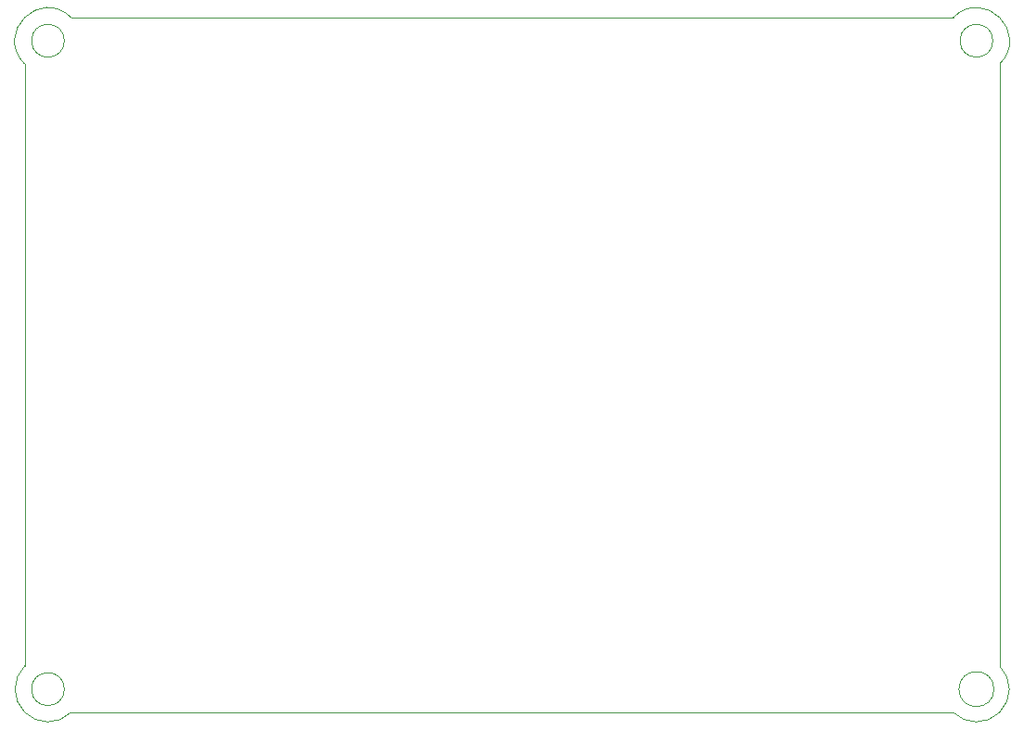
<source format=gbr>
G04 #@! TF.GenerationSoftware,KiCad,Pcbnew,9.0.5*
G04 #@! TF.CreationDate,2025-11-18T20:42:17-08:00*
G04 #@! TF.ProjectId,2025-airbrake,32303235-2d61-4697-9262-72616b652e6b,rev?*
G04 #@! TF.SameCoordinates,Original*
G04 #@! TF.FileFunction,Profile,NP*
%FSLAX46Y46*%
G04 Gerber Fmt 4.6, Leading zero omitted, Abs format (unit mm)*
G04 Created by KiCad (PCBNEW 9.0.5) date 2025-11-18 20:42:17*
%MOMM*%
%LPD*%
G01*
G04 APERTURE LIST*
G04 #@! TA.AperFunction,Profile*
%ADD10C,0.050000*%
G04 #@! TD*
G04 APERTURE END LIST*
D10*
X198233680Y-59271320D02*
G75*
G02*
X195233680Y-59271320I-1500000J0D01*
G01*
X195233680Y-59271320D02*
G75*
G02*
X198233680Y-59271320I1500000J0D01*
G01*
X198855000Y-116407360D02*
G75*
G02*
X194612360Y-120650000I-2121320J-2121320D01*
G01*
X113476320Y-118528680D02*
G75*
G02*
X110476320Y-118528680I-1500000J0D01*
G01*
X110476320Y-118528680D02*
G75*
G02*
X113476320Y-118528680I1500000J0D01*
G01*
X114097640Y-120650000D02*
X194612360Y-120650000D01*
X194612360Y-57150000D02*
G75*
G02*
X198855000Y-61392640I2121320J-2121320D01*
G01*
X198333680Y-118528680D02*
G75*
G02*
X195133680Y-118528680I-1600000J0D01*
G01*
X195133680Y-118528680D02*
G75*
G02*
X198333680Y-118528680I1600000J0D01*
G01*
X114097640Y-120650000D02*
G75*
G02*
X109855000Y-116407360I-2121320J2121320D01*
G01*
X113476320Y-59271320D02*
G75*
G02*
X110476320Y-59271320I-1500000J0D01*
G01*
X110476320Y-59271320D02*
G75*
G02*
X113476320Y-59271320I1500000J0D01*
G01*
X198855000Y-61392640D02*
X198855000Y-116407360D01*
X114097640Y-57150000D02*
X194612360Y-57150000D01*
X109855000Y-61392640D02*
X109855000Y-116407360D01*
X109855000Y-61392640D02*
G75*
G02*
X114097640Y-57150000I2121320J2121320D01*
G01*
M02*

</source>
